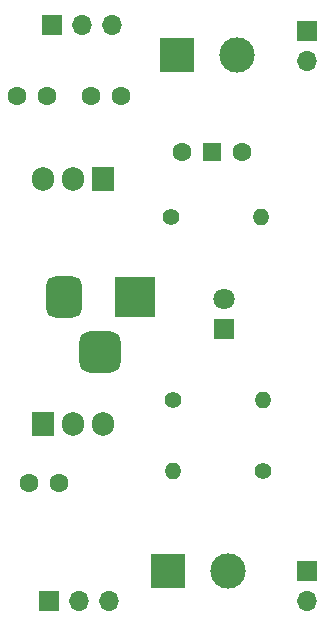
<source format=gbs>
%TF.GenerationSoftware,KiCad,Pcbnew,8.0.1*%
%TF.CreationDate,2024-05-08T09:38:19-07:00*%
%TF.ProjectId,breadboard-power-supply,62726561-6462-46f6-9172-642d706f7765,rev?*%
%TF.SameCoordinates,Original*%
%TF.FileFunction,Soldermask,Bot*%
%TF.FilePolarity,Negative*%
%FSLAX46Y46*%
G04 Gerber Fmt 4.6, Leading zero omitted, Abs format (unit mm)*
G04 Created by KiCad (PCBNEW 8.0.1) date 2024-05-08 09:38:19*
%MOMM*%
%LPD*%
G01*
G04 APERTURE LIST*
G04 Aperture macros list*
%AMRoundRect*
0 Rectangle with rounded corners*
0 $1 Rounding radius*
0 $2 $3 $4 $5 $6 $7 $8 $9 X,Y pos of 4 corners*
0 Add a 4 corners polygon primitive as box body*
4,1,4,$2,$3,$4,$5,$6,$7,$8,$9,$2,$3,0*
0 Add four circle primitives for the rounded corners*
1,1,$1+$1,$2,$3*
1,1,$1+$1,$4,$5*
1,1,$1+$1,$6,$7*
1,1,$1+$1,$8,$9*
0 Add four rect primitives between the rounded corners*
20,1,$1+$1,$2,$3,$4,$5,0*
20,1,$1+$1,$4,$5,$6,$7,0*
20,1,$1+$1,$6,$7,$8,$9,0*
20,1,$1+$1,$8,$9,$2,$3,0*%
G04 Aperture macros list end*
%ADD10R,3.500000X3.500000*%
%ADD11RoundRect,0.750000X-0.750000X-1.000000X0.750000X-1.000000X0.750000X1.000000X-0.750000X1.000000X0*%
%ADD12RoundRect,0.875000X-0.875000X-0.875000X0.875000X-0.875000X0.875000X0.875000X-0.875000X0.875000X0*%
%ADD13O,1.700000X1.700000*%
%ADD14R,1.700000X1.700000*%
%ADD15C,1.600000*%
%ADD16C,3.000000*%
%ADD17R,3.000000X3.000000*%
%ADD18C,1.400000*%
%ADD19O,1.400000X1.400000*%
%ADD20R,1.905000X2.000000*%
%ADD21O,1.905000X2.000000*%
%ADD22C,1.800000*%
%ADD23R,1.800000X1.800000*%
%ADD24R,1.500000X1.500000*%
G04 APERTURE END LIST*
D10*
%TO.C,J6*%
X81250000Y-77750000D03*
D11*
X75250000Y-77750000D03*
D12*
X78250000Y-82450000D03*
%TD*%
D13*
%TO.C,J3*%
X79290000Y-54750000D03*
X76750000Y-54750000D03*
D14*
X74210000Y-54750000D03*
%TD*%
D15*
%TO.C,C3*%
X74750000Y-93500000D03*
X72250000Y-93500000D03*
%TD*%
D16*
%TO.C,J7*%
X89080000Y-101000000D03*
D17*
X84000000Y-101000000D03*
%TD*%
D18*
%TO.C,R1*%
X84250000Y-71000000D03*
D19*
X91870000Y-71000000D03*
%TD*%
D13*
%TO.C,J4*%
X79055000Y-103500000D03*
X76515000Y-103500000D03*
D14*
X73975000Y-103500000D03*
%TD*%
D15*
%TO.C,C1*%
X80000000Y-60750000D03*
X77500000Y-60750000D03*
%TD*%
D20*
%TO.C,U1*%
X78500000Y-67750000D03*
D21*
X75960000Y-67750000D03*
X73420000Y-67750000D03*
%TD*%
D22*
%TO.C,D1*%
X88750000Y-77960000D03*
D23*
X88750000Y-80500000D03*
%TD*%
D15*
%TO.C,C2*%
X71250000Y-60750000D03*
X73750000Y-60750000D03*
%TD*%
D18*
%TO.C,R3*%
X84440000Y-86500000D03*
D19*
X92060000Y-86500000D03*
%TD*%
%TO.C,R2*%
X84440000Y-92500000D03*
D18*
X92060000Y-92500000D03*
%TD*%
D13*
%TO.C,J1*%
X95750000Y-103515000D03*
D14*
X95750000Y-100975000D03*
%TD*%
D24*
%TO.C,SW1*%
X87710000Y-65500000D03*
D15*
X90250000Y-65500000D03*
X85170000Y-65500000D03*
%TD*%
D16*
%TO.C,J5*%
X89830000Y-57250000D03*
D17*
X84750000Y-57250000D03*
%TD*%
D20*
%TO.C,U2*%
X73420000Y-88500000D03*
D21*
X75960000Y-88500000D03*
X78500000Y-88500000D03*
%TD*%
D13*
%TO.C,J2*%
X95750000Y-57790000D03*
D14*
X95750000Y-55250000D03*
%TD*%
M02*

</source>
